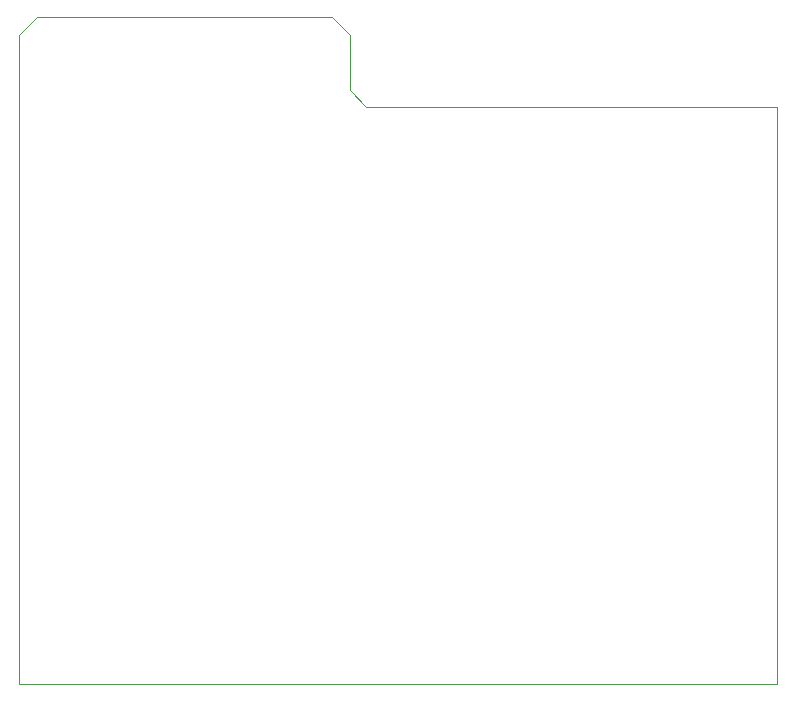
<source format=gm1>
G04 #@! TF.GenerationSoftware,KiCad,Pcbnew,9.0.5*
G04 #@! TF.CreationDate,2025-12-05T09:09:27+01:00*
G04 #@! TF.ProjectId,PCB Main,50434220-4d61-4696-9e2e-6b696361645f,rev?*
G04 #@! TF.SameCoordinates,Original*
G04 #@! TF.FileFunction,Profile,NP*
%FSLAX46Y46*%
G04 Gerber Fmt 4.6, Leading zero omitted, Abs format (unit mm)*
G04 Created by KiCad (PCBNEW 9.0.5) date 2025-12-05 09:09:27*
%MOMM*%
%LPD*%
G01*
G04 APERTURE LIST*
G04 #@! TA.AperFunction,Profile*
%ADD10C,0.050000*%
G04 #@! TD*
G04 APERTURE END LIST*
D10*
X42862657Y-15962518D02*
X42862657Y-20615800D01*
X44248507Y-22001424D01*
X79006657Y-22001424D01*
X79006657Y-70896424D01*
X14871657Y-70896424D01*
X14862849Y-15909777D01*
X16360962Y-14411424D01*
X41311563Y-14411424D01*
X42862657Y-15962518D01*
M02*

</source>
